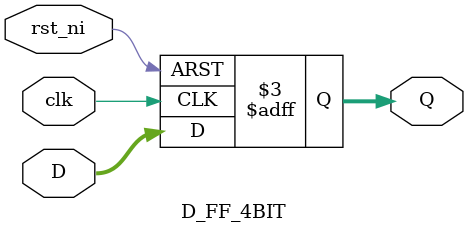
<source format=sv>
module D_FF_4BIT
(
	input  logic        		   clk, rst_ni,
	input  logic 	[ 3 : 0] 	D,
	
	output reg 		[ 3 : 0] 	Q
);
	always_ff @(posedge clk or negedge rst_ni) begin
		if(!rst_ni) begin
			Q  <= 4'b0;
		end
		else begin
			Q  <= D;
		end
	end
endmodule

</source>
